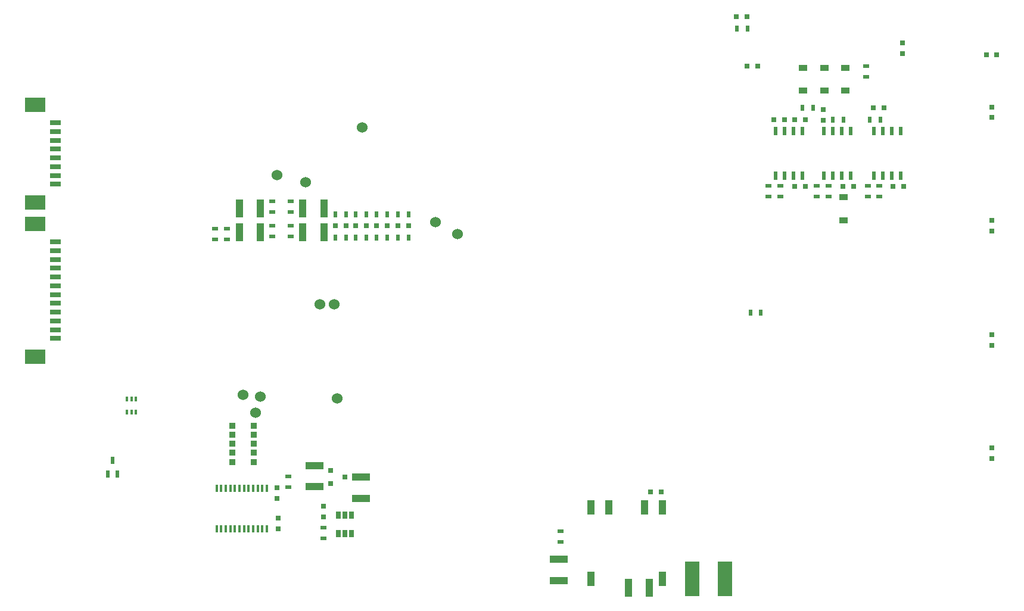
<source format=gtp>
G04 #@! TF.FileFunction,Paste,Top*
%FSLAX46Y46*%
G04 Gerber Fmt 4.6, Leading zero omitted, Abs format (unit mm)*
G04 Created by KiCad (PCBNEW (2016-07-28 BZR 6996, Git e15ad93)-product) date Mon Aug  8 00:28:43 2016*
%MOMM*%
%LPD*%
G01*
G04 APERTURE LIST*
%ADD10C,0.100000*%
%ADD11R,1.600000X0.800000*%
%ADD12R,3.000000X2.100000*%
%ADD13R,2.500000X1.000000*%
%ADD14R,0.800000X0.750000*%
%ADD15R,1.000000X2.500000*%
%ADD16R,2.000000X5.000000*%
%ADD17R,0.750000X0.800000*%
%ADD18R,0.599440X1.000760*%
%ADD19R,1.220000X0.910000*%
%ADD20R,0.398780X0.749300*%
%ADD21R,0.500000X0.900000*%
%ADD22R,0.900000X0.500000*%
%ADD23R,0.900000X0.900000*%
%ADD24R,1.000000X2.100000*%
%ADD25R,0.800100X0.800100*%
%ADD26R,0.508000X1.143000*%
%ADD27R,0.400000X1.100000*%
%ADD28R,0.690880X1.000760*%
%ADD29C,1.524000*%
G04 APERTURE END LIST*
D10*
D11*
X4932000Y69907000D03*
X4932000Y68657000D03*
X4932000Y67407000D03*
X4932000Y66157000D03*
X4932000Y64907000D03*
X4932000Y63657000D03*
X4932000Y62407000D03*
X4932000Y61157000D03*
D12*
X2032000Y72457000D03*
X2032000Y58607000D03*
D13*
X76454000Y4850000D03*
X76454000Y7850000D03*
D14*
X91047000Y17399000D03*
X89547000Y17399000D03*
D15*
X89384000Y3810000D03*
X86384000Y3810000D03*
D16*
X95490000Y5080000D03*
X100090000Y5080000D03*
D13*
X48387000Y19534000D03*
X48387000Y16534000D03*
X41783000Y18185000D03*
X41783000Y21185000D03*
D14*
X108573000Y70358000D03*
X107073000Y70358000D03*
X109994000Y70358000D03*
X111494000Y70358000D03*
X109994000Y60833000D03*
X111494000Y60833000D03*
D15*
X40092500Y54356000D03*
X43092500Y54356000D03*
X34075500Y54356000D03*
X31075500Y54356000D03*
D17*
X114046000Y71743000D03*
X114046000Y70243000D03*
D14*
X104763000Y77978000D03*
X103263000Y77978000D03*
X101739000Y84963000D03*
X103239000Y84963000D03*
D15*
X34075500Y57721500D03*
X31075500Y57721500D03*
X40092500Y57721500D03*
X43092500Y57721500D03*
D14*
X116852000Y60833000D03*
X118352000Y60833000D03*
X121170000Y72009000D03*
X122670000Y72009000D03*
D17*
X125349000Y81268000D03*
X125349000Y79768000D03*
D14*
X44716000Y55245000D03*
X46216000Y55245000D03*
X123964000Y60833000D03*
X125464000Y60833000D03*
X47637000Y55245000D03*
X49137000Y55245000D03*
X50558000Y55245000D03*
X52058000Y55245000D03*
X53606000Y55245000D03*
X55106000Y55245000D03*
D17*
X36449000Y18022000D03*
X36449000Y16522000D03*
X36576000Y13704000D03*
X36576000Y12204000D03*
X43053000Y15355000D03*
X43053000Y13855000D03*
D18*
X13731240Y20005040D03*
X12430760Y20005040D03*
X13081000Y21904960D03*
D19*
X111204000Y77747000D03*
X111204000Y74477000D03*
X114204000Y77747000D03*
X114204000Y74477000D03*
X117204000Y77747000D03*
X117204000Y74477000D03*
X116967000Y59293000D03*
X116967000Y56023000D03*
D20*
X16398240Y30667960D03*
X15748000Y30667960D03*
X15097760Y30667960D03*
X15097760Y28768040D03*
X15748000Y28768040D03*
X16398240Y28768040D03*
D21*
X103707500Y42926000D03*
X105207500Y42926000D03*
D22*
X120142000Y77966000D03*
X120142000Y76466000D03*
D21*
X111137000Y72009000D03*
X112637000Y72009000D03*
D22*
X29300000Y54850000D03*
X29300000Y53350000D03*
X107950000Y59448000D03*
X107950000Y60948000D03*
X106299000Y60948000D03*
X106299000Y59448000D03*
X38417500Y55233000D03*
X38417500Y53733000D03*
X35750500Y55233000D03*
X35750500Y53733000D03*
D21*
X101802500Y83312000D03*
X103302500Y83312000D03*
D22*
X27600000Y54850000D03*
X27600000Y53350000D03*
D21*
X115455000Y70358000D03*
X116955000Y70358000D03*
D22*
X35750500Y58725500D03*
X35750500Y57225500D03*
X38417500Y58725500D03*
X38417500Y57225500D03*
X114808000Y59448000D03*
X114808000Y60948000D03*
X113157000Y60948000D03*
X113157000Y59448000D03*
D21*
X122162000Y70358000D03*
X120662000Y70358000D03*
X44716000Y56896000D03*
X46216000Y56896000D03*
X46216000Y53594000D03*
X44716000Y53594000D03*
X47637000Y56896000D03*
X49137000Y56896000D03*
X49137000Y53594000D03*
X47637000Y53594000D03*
D22*
X122047000Y59448000D03*
X122047000Y60948000D03*
X120396000Y60948000D03*
X120396000Y59448000D03*
D21*
X50558000Y56896000D03*
X52058000Y56896000D03*
X52058000Y53594000D03*
X50558000Y53594000D03*
D22*
X76708000Y11799000D03*
X76708000Y10299000D03*
D21*
X53606000Y56896000D03*
X55106000Y56896000D03*
X55106000Y53594000D03*
X53606000Y53594000D03*
D23*
X30123000Y26857000D03*
X30123000Y21657000D03*
X30123000Y25537000D03*
X30123000Y22977000D03*
X30123000Y24257000D03*
X33123000Y22977000D03*
X33123000Y26857000D03*
X33123000Y21657000D03*
X33123000Y25537000D03*
X33123000Y24257000D03*
D22*
X38036500Y18109500D03*
X38036500Y19609500D03*
X43053000Y12307000D03*
X43053000Y10807000D03*
D24*
X81026000Y5080000D03*
X91186000Y5080000D03*
X91186000Y15240000D03*
X88646000Y15240000D03*
X83566000Y15240000D03*
X81026000Y15240000D03*
D25*
X44084240Y20508000D03*
X44084240Y18608000D03*
X46083220Y19558000D03*
D26*
X111125000Y62357000D03*
X109855000Y62357000D03*
X108585000Y62357000D03*
X107315000Y62357000D03*
X107315000Y68707000D03*
X108585000Y68707000D03*
X109855000Y68707000D03*
X111125000Y68707000D03*
X117983000Y62357000D03*
X116713000Y62357000D03*
X115443000Y62357000D03*
X114173000Y62357000D03*
X114173000Y68707000D03*
X115443000Y68707000D03*
X116713000Y68707000D03*
X117983000Y68707000D03*
X125095000Y62357000D03*
X123825000Y62357000D03*
X122555000Y62357000D03*
X121285000Y62357000D03*
X121285000Y68707000D03*
X122555000Y68707000D03*
X123825000Y68707000D03*
X125095000Y68707000D03*
D27*
X35007500Y17899500D03*
X34357500Y17899500D03*
X33707500Y17899500D03*
X33057500Y17899500D03*
X32407500Y17899500D03*
X31757500Y17899500D03*
X31107500Y17899500D03*
X30457500Y17899500D03*
X29807500Y17899500D03*
X29157500Y17899500D03*
X28507500Y17899500D03*
X27857500Y17899500D03*
X27857500Y12199500D03*
X28507500Y12199500D03*
X29157500Y12199500D03*
X29807500Y12199500D03*
X30457500Y12199500D03*
X31107500Y12199500D03*
X31757500Y12199500D03*
X32407500Y12199500D03*
X33057500Y12199500D03*
X33707500Y12199500D03*
X34357500Y12199500D03*
X35007500Y12199500D03*
D28*
X45151040Y11526520D03*
X46101000Y11526520D03*
X47050960Y11526520D03*
X47050960Y14127480D03*
X46101000Y14127480D03*
X45151040Y14127480D03*
D29*
X44577000Y44069000D03*
X42545000Y44069000D03*
D11*
X4932000Y52976000D03*
X4932000Y51726000D03*
X4932000Y50476000D03*
X4932000Y49226000D03*
X4932000Y47976000D03*
X4932000Y46726000D03*
X4932000Y45476000D03*
X4932000Y44226000D03*
X4932000Y42976000D03*
X4932000Y41726000D03*
X4932000Y40476000D03*
X4932000Y39226000D03*
D12*
X2032000Y55526000D03*
X2032000Y36676000D03*
D29*
X36449000Y62484000D03*
X58928000Y55753000D03*
X48514000Y69215000D03*
X62103000Y54102000D03*
X40513000Y61468000D03*
X31623000Y31242000D03*
X44958000Y30734000D03*
X34036000Y30988000D03*
D14*
X137250000Y79600000D03*
X138750000Y79600000D03*
D17*
X138000000Y70650000D03*
X138000000Y72150000D03*
X138000000Y54491000D03*
X138000000Y55991000D03*
X138049000Y38239000D03*
X138049000Y39739000D03*
X138000000Y22173000D03*
X138000000Y23673000D03*
D29*
X33401000Y28702000D03*
M02*

</source>
